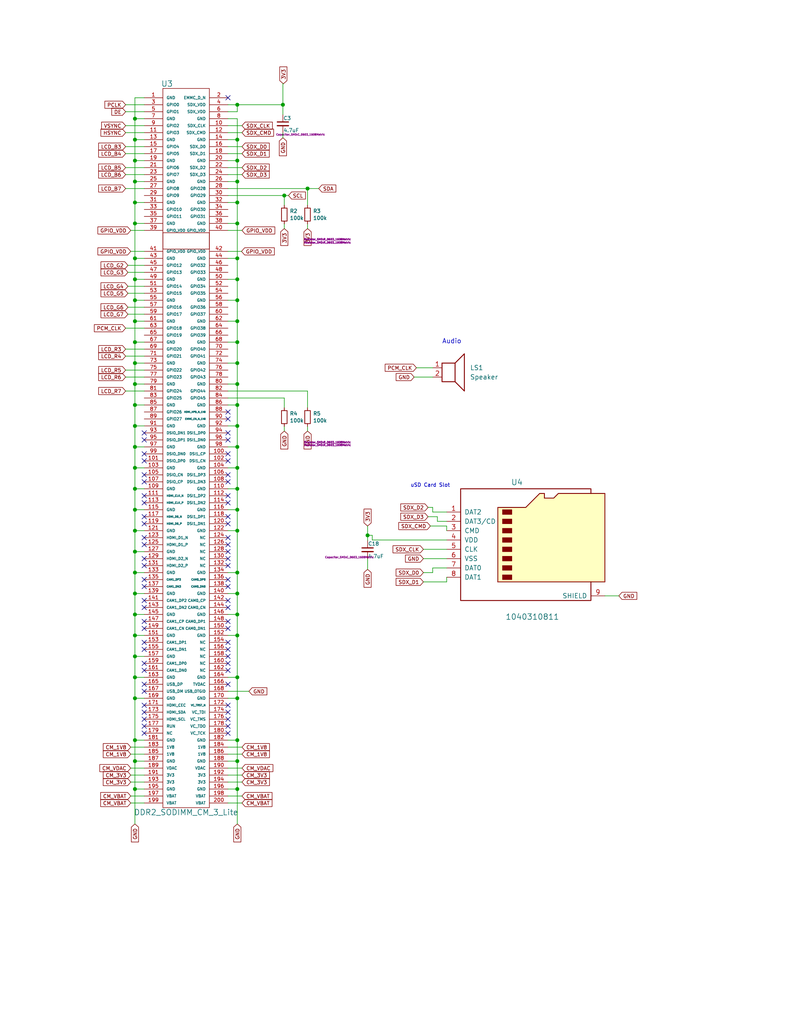
<source format=kicad_sch>
(kicad_sch (version 20230121) (generator eeschema)
  (paper "USLetter" portrait)
  (title_block (title "PiCM3 GBA") (date "2024-01-14") (rev "V1.0") (company "Seth Barberee"))
  (lib_symbols
    (symbol "Connector:Micro_SD_Card" (pin_names (offset 1.016))
      (property "Reference" "J" (at -16.51 15.24 0))
      (property "Value" "Micro_SD_Card" (at 16.51 15.24 0))
      (symbol "Micro_SD_Card_0_1"
        (rectangle (start -7.62 -9.525) (end -5.08 -10.795) (fill (type outline)))
        (rectangle (start -7.62 -6.985) (end -5.08 -8.255) (fill (type outline)))
        (rectangle (start -7.62 -4.445) (end -5.08 -5.715) (fill (type outline)))
        (rectangle (start -7.62 -1.905) (end -5.08 -3.175) (fill (type outline)))
        (rectangle (start -7.62 0.635) (end -5.08 -0.635) (fill (type outline)))
        (rectangle (start -7.62 3.175) (end -5.08 1.905) (fill (type outline)))
        (rectangle (start -7.62 5.715) (end -5.08 4.445) (fill (type outline)))
        (rectangle (start -7.62 8.255) (end -5.08 6.985) (fill (type outline)))
        (polyline (pts (xy 16.51 12.7) (xy 16.51 13.97) (xy -19.05 13.97) (xy -19.05 -16.51) (xy 16.51 -16.51) (xy 16.51 -11.43)) (stroke (width 0.254)))
        (polyline (pts (xy -8.89 -11.43) (xy -8.89 8.89) (xy -1.27 8.89) (xy 2.54 12.7) (xy 3.81 12.7) (xy 3.81 11.43) (xy 6.35 11.43) (xy 7.62 12.7) (xy 20.32 12.7) (xy 20.32 -11.43) (xy -8.89 -11.43)) (stroke (width 0.254)) (fill (type background)))
      )
      (symbol "Micro_SD_Card_1_1"
        (pin bidirectional line (at -22.86 7.62 0) (length 3.81) (name "DAT2") (number "1"))
        (pin bidirectional line (at -22.86 5.08 0) (length 3.81) (name "DAT3/CD") (number "2"))
        (pin input line (at -22.86 2.54 0) (length 3.81) (name "CMD") (number "3"))
        (pin power_in line (at -22.86 0 0) (length 3.81) (name "VDD") (number "4"))
        (pin input line (at -22.86 -2.54 0) (length 3.81) (name "CLK") (number "5"))
        (pin power_in line (at -22.86 -5.08 0) (length 3.81) (name "VSS") (number "6"))
        (pin bidirectional line (at -22.86 -7.62 0) (length 3.81) (name "DAT0") (number "7"))
        (pin bidirectional line (at -22.86 -10.16 0) (length 3.81) (name "DAT1") (number "8"))
        (pin passive line (at 20.32 -15.24 180) (length 3.81) (name "SHIELD") (number "9"))
      )
    )
    (symbol "Device:C_Small" (pin_numbers hide) (pin_names (offset 0.254) hide)
      (property "Reference" "C" (at 0.254 1.778 0))
      (property "Value" "C_Small" (at 0.254 -2.032 0))
      (symbol "C_Small_0_1"
        (polyline (pts (xy -1.524 -0.508) (xy 1.524 -0.508)) (stroke (width 0.3302)))
        (polyline (pts (xy -1.524 0.508) (xy 1.524 0.508)) (stroke (width 0.3048)))
      )
      (symbol "C_Small_1_1"
        (pin passive line (at 0 2.54 270) (length 2.032) (name "~") (number "1"))
        (pin passive line (at 0 -2.54 90) (length 2.032) (name "~") (number "2"))
      )
    )
    (symbol "Device:R_Small" (pin_numbers hide) (pin_names (offset 0.254) hide)
      (property "Reference" "R" (at 0.762 0.508 0))
      (property "Value" "R_Small" (at 0.762 -1.016 0))
      (symbol "R_Small_0_1"
        (rectangle (start -0.762 1.778) (end 0.762 -1.778) (stroke (width 0.2032)))
      )
      (symbol "R_Small_1_1"
        (pin passive line (at 0 2.54 270) (length 0.762) (name "~") (number "1"))
        (pin passive line (at 0 -2.54 90) (length 0.762) (name "~") (number "2"))
      )
    )
    (symbol "Device:Speaker" (pin_names (offset 0) hide)
      (property "Reference" "LS" (at 1.27 5.715 0))
      (property "Value" "Speaker" (at 1.27 3.81 0))
      (symbol "Speaker_0_0"
        (rectangle (start -2.54 1.27) (end 1.016 -3.81) (stroke (width 0.254)))
        (polyline (pts (xy 1.016 1.27) (xy 3.556 3.81) (xy 3.556 -6.35) (xy 1.016 -3.81)) (stroke (width 0.254)))
      )
      (symbol "Speaker_1_1"
        (pin input line (at -5.08 0 0) (length 2.54) (name "1") (number "1"))
        (pin input line (at -5.08 -2.54 0) (length 2.54) (name "2") (number "2"))
      )
    )
    (symbol "ddr2_sodimm:DDR2_SODIMM_CM_3_Lite" (pin_names (offset 1.016))
      (property "Reference" "U" (at -5.08 102.235 0))
      (property "Value" "DDR2_SODIMM_CM_3_Lite" (at 0 -97.79 0))
      (symbol "DDR2_SODIMM_CM_3_Lite_0_1"
        (rectangle (start -6.35 60.96) (end 6.35 56.515))
        (rectangle (start -6.35 100.33) (end 6.35 -95.885))
      )
      (symbol "DDR2_SODIMM_CM_3_Lite_1_1"
        (pin input line (at -11.43 97.79 0) (length 5.0038) (name "GND") (number "1"))
        (pin input line (at 11.43 90.17 180) (length 5.0038) (name "SDX_CLK") (number "10"))
        (pin input line (at 11.43 0.635 180) (length 5.0038) (name "DSI1_CP") (number "100"))
        (pin input line (at -11.43 -1.27 0) (length 5.0038) (name "DSIO_DP0") (number "101"))
        (pin input line (at 11.43 -1.27 180) (length 5.0038) (name "DSI1_CN") (number "102"))
        (pin input line (at -11.43 -3.175 0) (length 5.0038) (name "GND") (number "103"))
        (pin input line (at 11.43 -3.175 180) (length 5.0038) (name "GND") (number "104"))
        (pin input line (at -11.43 -5.08 0) (length 5.0038) (name "DSIO_CN") (number "105"))
        (pin input line (at 11.43 -5.08 180) (length 5.0038) (name "DSI1_DP3") (number "106"))
        (pin input line (at -11.43 -6.985 0) (length 5.0038) (name "DSIO_CP") (number "107"))
        (pin input line (at 11.43 -6.985 180) (length 5.0038) (name "DSI1_DN3") (number "108"))
        (pin input line (at -11.43 -8.89 0) (length 5.0038) (name "GND") (number "109"))
        (pin input line (at -11.43 88.265 0) (length 5.0038) (name "GPIO3") (number "11"))
        (pin input line (at 11.43 -8.89 180) (length 5.0038) (name "GND") (number "110"))
        (pin input line (at -11.43 -10.795 0) (length 5.0038) (name "HDMI_CLK_N") (number "111"))
        (pin input line (at 11.43 -10.795 180) (length 5.0038) (name "DSI1_DP2") (number "112"))
        (pin input line (at -11.43 -12.7 0) (length 5.0038) (name "HDMI_CLK_P") (number "113"))
        (pin input line (at 11.43 -12.7 180) (length 5.0038) (name "DSI1_DN2") (number "114"))
        (pin input line (at -11.43 -14.605 0) (length 5.0038) (name "GND") (number "115"))
        (pin input line (at 11.43 -14.605 180) (length 5.0038) (name "GND") (number "116"))
        (pin input line (at -11.43 -16.51 0) (length 5.0038) (name "HDMI_D0_N") (number "117"))
        (pin input line (at 11.43 -16.51 180) (length 5.0038) (name "DSI1_DP1") (number "118"))
        (pin input line (at -11.43 -18.415 0) (length 5.0038) (name "HDMI_D0_P") (number "119"))
        (pin input line (at 11.43 88.265 180) (length 5.0038) (name "SDX_CMD") (number "12"))
        (pin input line (at 11.43 -18.415 180) (length 5.0038) (name "DSI1_DN1") (number "120"))
        (pin input line (at -11.43 -20.32 0) (length 5.0038) (name "GND") (number "121"))
        (pin input line (at 11.43 -20.32 180) (length 5.0038) (name "GND") (number "122"))
        (pin input line (at -11.43 -22.225 0) (length 5.0038) (name "HDMI_D1_N") (number "123"))
        (pin input line (at 11.43 -22.225 180) (length 5.0038) (name "NC") (number "124"))
        (pin input line (at -11.43 -24.13 0) (length 5.0038) (name "HDMI_D1_P") (number "125"))
        (pin input line (at 11.43 -24.13 180) (length 5.0038) (name "NC") (number "126"))
        (pin input line (at -11.43 -26.035 0) (length 5.0038) (name "GND") (number "127"))
        (pin input line (at 11.43 -26.035 180) (length 5.0038) (name "NC") (number "128"))
        (pin input line (at -11.43 -27.94 0) (length 5.0038) (name "HDMI_D2_N") (number "129"))
        (pin input line (at -11.43 86.36 0) (length 5.0038) (name "GND") (number "13"))
        (pin input line (at 11.43 -27.94 180) (length 5.0038) (name "NC") (number "130"))
        (pin input line (at -11.43 -29.845 0) (length 5.0038) (name "HDMI_D2_P") (number "131"))
        (pin input line (at 11.43 -29.845 180) (length 5.0038) (name "NC") (number "132"))
        (pin input line (at -11.43 -31.75 0) (length 5.0038) (name "GND") (number "133"))
        (pin input line (at 11.43 -31.75 180) (length 5.0038) (name "GND") (number "134"))
        (pin input line (at -11.43 -33.655 0) (length 5.0038) (name "CAM1_DP3") (number "135"))
        (pin input line (at 11.43 -33.655 180) (length 5.0038) (name "CAM0_DP0") (number "136"))
        (pin input line (at -11.43 -35.56 0) (length 5.0038) (name "CAM1_DN3") (number "137"))
        (pin input line (at 11.43 -35.56 180) (length 5.0038) (name "CAM0_DN0") (number "138"))
        (pin input line (at -11.43 -37.465 0) (length 5.0038) (name "GND") (number "139"))
        (pin input line (at 11.43 86.36 180) (length 5.0038) (name "GND") (number "14"))
        (pin input line (at 11.43 -37.465 180) (length 5.0038) (name "GND") (number "140"))
        (pin input line (at -11.43 -39.37 0) (length 5.0038) (name "CAM1_DP2") (number "141"))
        (pin input line (at 11.43 -39.37 180) (length 5.0038) (name "CAM0_CP") (number "142"))
        (pin input line (at -11.43 -41.275 0) (length 5.0038) (name "CAM1_DN2") (number "143"))
        (pin input line (at 11.43 -41.275 180) (length 5.0038) (name "CAM0_CN") (number "144"))
        (pin input line (at -11.43 -43.18 0) (length 5.0038) (name "GND") (number "145"))
        (pin input line (at 11.43 -43.18 180) (length 5.0038) (name "GND") (number "146"))
        (pin input line (at -11.43 -45.085 0) (length 5.0038) (name "CAM1_CP") (number "147"))
        (pin input line (at 11.43 -45.085 180) (length 5.0038) (name "CAM0_DP1") (number "148"))
        (pin input line (at -11.43 -46.99 0) (length 5.0038) (name "CAM1_CN") (number "149"))
        (pin input line (at -11.43 84.455 0) (length 5.0038) (name "GPIO4") (number "15"))
        (pin input line (at 11.43 -46.99 180) (length 5.0038) (name "CAM0_DN1") (number "150"))
        (pin input line (at -11.43 -48.895 0) (length 5.0038) (name "GND") (number "151"))
        (pin input line (at 11.43 -48.895 180) (length 5.0038) (name "GND") (number "152"))
        (pin input line (at -11.43 -50.8 0) (length 5.0038) (name "CAM1_DP1") (number "153"))
        (pin input line (at 11.43 -50.8 180) (length 5.0038) (name "NC") (number "154"))
        (pin input line (at -11.43 -52.705 0) (length 5.0038) (name "CAM1_DN1") (number "155"))
        (pin input line (at 11.43 -52.705 180) (length 5.0038) (name "NC") (number "156"))
        (pin input line (at -11.43 -54.61 0) (length 5.0038) (name "GND") (number "157"))
        (pin input line (at 11.43 -54.61 180) (length 5.0038) (name "NC") (number "158"))
        (pin input line (at -11.43 -56.515 0) (length 5.0038) (name "CAM1_DP0") (number "159"))
        (pin input line (at 11.43 84.455 180) (length 5.0038) (name "SDX_D0") (number "16"))
        (pin input line (at 11.43 -56.515 180) (length 5.0038) (name "NC") (number "160"))
        (pin input line (at -11.43 -58.42 0) (length 5.0038) (name "CAM1_DN0") (number "161"))
        (pin input line (at 11.43 -58.42 180) (length 5.0038) (name "NC") (number "162"))
        (pin input line (at -11.43 -60.325 0) (length 5.0038) (name "GND") (number "163"))
        (pin input line (at 11.43 -60.325 180) (length 5.0038) (name "GND") (number "164"))
        (pin input line (at -11.43 -62.23 0) (length 5.0038) (name "USB_DP") (number "165"))
        (pin input line (at 11.43 -62.23 180) (length 5.0038) (name "TVDAC") (number "166"))
        (pin input line (at -11.43 -64.135 0) (length 5.0038) (name "USB_DM") (number "167"))
        (pin input line (at 11.43 -64.135 180) (length 5.0038) (name "USB_OTGID") (number "168"))
        (pin input line (at -11.43 -66.04 0) (length 5.0038) (name "GND") (number "169"))
        (pin input line (at -11.43 82.55 0) (length 5.0038) (name "GPIO5") (number "17"))
        (pin input line (at 11.43 -66.04 180) (length 5.0038) (name "GND") (number "170"))
        (pin input line (at -11.43 -67.945 0) (length 5.0038) (name "HDMI_CEC") (number "171"))
        (pin input line (at 11.43 -67.945 180) (length 5.0038) (name "VC_TRST_N") (number "172"))
        (pin input line (at -11.43 -69.85 0) (length 5.0038) (name "HDMI_SDA") (number "173"))
        (pin input line (at 11.43 -69.85 180) (length 5.0038) (name "VC_TDI") (number "174"))
        (pin input line (at -11.43 -71.755 0) (length 5.0038) (name "HDMI_SCL") (number "175"))
        (pin input line (at 11.43 -71.755 180) (length 5.0038) (name "VC_TMS") (number "176"))
        (pin input line (at -11.43 -73.66 0) (length 5.0038) (name "RUN") (number "177"))
        (pin input line (at 11.43 -73.66 180) (length 5.0038) (name "VC_TDO") (number "178"))
        (pin input line (at -11.43 -75.565 0) (length 5.0038) (name "NC") (number "179"))
        (pin input line (at 11.43 82.55 180) (length 5.0038) (name "SDX_D1") (number "18"))
        (pin input line (at 11.43 -75.565 180) (length 5.0038) (name "VC_TCK") (number "180"))
        (pin input line (at -11.43 -77.47 0) (length 5.0038) (name "GND") (number "181"))
        (pin input line (at 11.43 -77.47 180) (length 5.0038) (name "GND") (number "182"))
        (pin input line (at -11.43 -79.375 0) (length 5.0038) (name "1V8") (number "183"))
        (pin input line (at 11.43 -79.375 180) (length 5.0038) (name "1V8") (number "184"))
        (pin input line (at -11.43 -81.28 0) (length 5.0038) (name "1V8") (number "185"))
        (pin input line (at 11.43 -81.28 180) (length 5.0038) (name "1V8") (number "186"))
        (pin input line (at -11.43 -83.185 0) (length 5.0038) (name "GND") (number "187"))
        (pin input line (at 11.43 -83.185 180) (length 5.0038) (name "GND") (number "188"))
        (pin input line (at -11.43 -85.09 0) (length 5.0038) (name "VDAC") (number "189"))
        (pin input line (at -11.43 80.645 0) (length 5.0038) (name "GND") (number "19"))
        (pin input line (at 11.43 -85.09 180) (length 5.0038) (name "VDAC") (number "190"))
        (pin input line (at -11.43 -86.995 0) (length 5.0038) (name "3V3") (number "191"))
        (pin input line (at 11.43 -86.995 180) (length 5.0038) (name "3V3") (number "192"))
        (pin input line (at -11.43 -88.9 0) (length 5.0038) (name "3V3") (number "193"))
        (pin input line (at 11.43 -88.9 180) (length 5.0038) (name "3V3") (number "194"))
        (pin input line (at -11.43 -90.805 0) (length 5.0038) (name "GND") (number "195"))
        (pin input line (at 11.43 -90.805 180) (length 5.0038) (name "GND") (number "196"))
        (pin input line (at -11.43 -92.71 0) (length 5.0038) (name "VBAT") (number "197"))
        (pin input line (at 11.43 -92.71 180) (length 5.0038) (name "VBAT") (number "198"))
        (pin input line (at -11.43 -94.615 0) (length 5.0038) (name "VBAT") (number "199"))
        (pin input line (at 11.43 97.79 180) (length 5.0038) (name "EMMC_D_N") (number "2"))
        (pin input line (at 11.43 80.645 180) (length 5.0038) (name "GND") (number "20"))
        (pin input line (at 11.43 -94.615 180) (length 5.0038) (name "VBAT") (number "200"))
        (pin input line (at -11.43 78.74 0) (length 5.0038) (name "GPIO6") (number "21"))
        (pin input line (at 11.43 78.74 180) (length 5.0038) (name "SDX_D2") (number "22"))
        (pin input line (at -11.43 76.835 0) (length 5.0038) (name "GPIO7") (number "23"))
        (pin input line (at 11.43 76.835 180) (length 5.0038) (name "SDX_D3") (number "24"))
        (pin input line (at -11.43 74.93 0) (length 5.0038) (name "GND") (number "25"))
        (pin input line (at 11.43 74.93 180) (length 5.0038) (name "GND") (number "26"))
        (pin input line (at -11.43 73.025 0) (length 5.0038) (name "GPIO8") (number "27"))
        (pin input line (at 11.43 73.025 180) (length 5.0038) (name "GPIO28") (number "28"))
        (pin input line (at -11.43 71.12 0) (length 5.0038) (name "GPIO9") (number "29"))
        (pin input line (at -11.43 95.885 0) (length 5.0038) (name "GPIO0") (number "3"))
        (pin input line (at 11.43 71.12 180) (length 5.0038) (name "GPIO29") (number "30"))
        (pin input line (at -11.43 69.215 0) (length 5.0038) (name "GND") (number "31"))
        (pin input line (at 11.43 69.215 180) (length 5.0038) (name "GND") (number "32"))
        (pin input line (at -11.43 67.31 0) (length 5.0038) (name "GPIO10") (number "33"))
        (pin input line (at 11.43 67.31 180) (length 5.0038) (name "GPIO30") (number "34"))
        (pin input line (at -11.43 65.405 0) (length 5.0038) (name "GPIO11") (number "35"))
        (pin input line (at 11.43 65.405 180) (length 5.0038) (name "GPIO31") (number "36"))
        (pin input line (at -11.43 63.5 0) (length 5.0038) (name "GND") (number "37"))
        (pin input line (at 11.43 63.5 180) (length 5.0038) (name "GND") (number "38"))
        (pin input line (at -11.43 61.595 0) (length 5.0038) (name "GPIO_VDD") (number "39"))
        (pin input line (at 11.43 95.885 180) (length 5.0038) (name "SDX_VDD") (number "4"))
        (pin input line (at 11.43 61.595 180) (length 5.0038) (name "GPIO_VDD") (number "40"))
        (pin input line (at -11.43 55.88 0) (length 5.0038) (name "GPIO_VDD") (number "41"))
        (pin input line (at 11.43 55.88 180) (length 5.0038) (name "GPIO_VDD") (number "42"))
        (pin input line (at -11.43 53.975 0) (length 5.0038) (name "GND") (number "43"))
        (pin input line (at 11.43 53.975 180) (length 5.0038) (name "GND") (number "44"))
        (pin input line (at -11.43 52.07 0) (length 5.0038) (name "GPIO12") (number "45"))
        (pin input line (at 11.43 52.07 180) (length 5.0038) (name "GPIO32") (number "46"))
        (pin input line (at -11.43 50.165 0) (length 5.0038) (name "GPIO13") (number "47"))
        (pin input line (at 11.43 50.165 180) (length 5.0038) (name "GPIO33") (number "48"))
        (pin input line (at -11.43 48.26 0) (length 5.0038) (name "GND") (number "49"))
        (pin input line (at -11.43 93.98 0) (length 5.0038) (name "GPIO1") (number "5"))
        (pin input line (at 11.43 48.26 180) (length 5.0038) (name "GND") (number "50"))
        (pin input line (at -11.43 46.355 0) (length 5.0038) (name "GPIO14") (number "51"))
        (pin input line (at 11.43 46.355 180) (length 5.0038) (name "GPIO34") (number "52"))
        (pin input line (at -11.43 44.45 0) (length 5.0038) (name "GPIO15") (number "53"))
        (pin input line (at 11.43 44.45 180) (length 5.0038) (name "GPIO35") (number "54"))
        (pin input line (at -11.43 42.545 0) (length 5.0038) (name "GND") (number "55"))
        (pin input line (at 11.43 42.545 180) (length 5.0038) (name "GND") (number "56"))
        (pin input line (at -11.43 40.64 0) (length 5.0038) (name "GPIO16") (number "57"))
        (pin input line (at 11.43 40.64 180) (length 5.0038) (name "GPIO36") (number "58"))
        (pin input line (at -11.43 38.735 0) (length 5.0038) (name "GPIO17") (number "59"))
        (pin input line (at 11.43 93.98 180) (length 5.0038) (name "SDX_VDD") (number "6"))
        (pin input line (at 11.43 38.735 180) (length 5.0038) (name "GPIO37") (number "60"))
        (pin input line (at -11.43 36.83 0) (length 5.0038) (name "GND") (number "61"))
        (pin input line (at 11.43 36.83 180) (length 5.0038) (name "GND") (number "62"))
        (pin input line (at -11.43 34.925 0) (length 5.0038) (name "GPIO18") (number "63"))
        (pin input line (at 11.43 34.925 180) (length 5.0038) (name "GPIO38") (number "64"))
        (pin input line (at -11.43 33.02 0) (length 5.0038) (name "GPIO19") (number "65"))
        (pin input line (at 11.43 33.02 180) (length 5.0038) (name "GPIO39") (number "66"))
        (pin input line (at -11.43 31.115 0) (length 5.0038) (name "GND") (number "67"))
        (pin input line (at 11.43 31.115 180) (length 5.0038) (name "GND") (number "68"))
        (pin input line (at -11.43 29.21 0) (length 5.0038) (name "GPIO20") (number "69"))
        (pin input line (at -11.43 92.075 0) (length 5.0038) (name "GND") (number "7"))
        (pin input line (at 11.43 29.21 180) (length 5.0038) (name "GPIO40") (number "70"))
        (pin input line (at -11.43 27.305 0) (length 5.0038) (name "GPIO21") (number "71"))
        (pin input line (at 11.43 27.305 180) (length 5.0038) (name "GPIO41") (number "72"))
        (pin input line (at -11.43 25.4 0) (length 5.0038) (name "GND") (number "73"))
        (pin input line (at 11.43 25.4 180) (length 5.0038) (name "GND") (number "74"))
        (pin input line (at -11.43 23.495 0) (length 5.0038) (name "GPIO22") (number "75"))
        (pin input line (at 11.43 23.495 180) (length 5.0038) (name "GPIO42") (number "76"))
        (pin input line (at -11.43 21.59 0) (length 5.0038) (name "GPIO23") (number "77"))
        (pin input line (at 11.43 21.59 180) (length 5.0038) (name "GPIO43") (number "78"))
        (pin input line (at -11.43 19.685 0) (length 5.0038) (name "GND") (number "79"))
        (pin input line (at 11.43 92.075 180) (length 5.0038) (name "GND") (number "8"))
        (pin input line (at 11.43 19.685 180) (length 5.0038) (name "GND") (number "80"))
        (pin input line (at -11.43 17.78 0) (length 5.0038) (name "GPIO24") (number "81"))
        (pin input line (at 11.43 17.78 180) (length 5.0038) (name "GPIO44") (number "82"))
        (pin input line (at -11.43 15.875 0) (length 5.0038) (name "GPIO25") (number "83"))
        (pin input line (at 11.43 15.875 180) (length 5.0038) (name "GPIO45") (number "84"))
        (pin input line (at -11.43 13.97 0) (length 5.0038) (name "GND") (number "85"))
        (pin input line (at 11.43 13.97 180) (length 5.0038) (name "GND") (number "86"))
        (pin input line (at -11.43 12.065 0) (length 5.0038) (name "GPIO26") (number "87"))
        (pin input line (at 11.43 12.065 180) (length 5.0038) (name "HDMI_HPD_N_1V8") (number "88"))
        (pin input line (at -11.43 10.16 0) (length 5.0038) (name "GPIO27") (number "89"))
        (pin input line (at -11.43 90.17 0) (length 5.0038) (name "GPIO2") (number "9"))
        (pin input line (at 11.43 10.16 180) (length 5.0038) (name "EMMC_EN_N_1V8") (number "90"))
        (pin input line (at -11.43 8.255 0) (length 5.0038) (name "GND") (number "91"))
        (pin input line (at 11.43 8.255 180) (length 5.0038) (name "GND") (number "92"))
        (pin input line (at -11.43 6.35 0) (length 5.0038) (name "DSIO_DN1") (number "93"))
        (pin input line (at 11.43 6.35 180) (length 5.0038) (name "DSI1_DP0") (number "94"))
        (pin input line (at -11.43 4.445 0) (length 5.0038) (name "DSIO_DP1") (number "95"))
        (pin input line (at 11.43 4.445 180) (length 5.0038) (name "DSI1_DN0") (number "96"))
        (pin input line (at -11.43 2.54 0) (length 5.0038) (name "GND") (number "97"))
        (pin input line (at 11.43 2.54 180) (length 5.0038) (name "GND") (number "98"))
        (pin input line (at -11.43 0.635 0) (length 5.0038) (name "DSIO_DN0") (number "99"))
      )
    )
  )
  (junction (at 36.83 49.53))
  (junction (at 64.77 38.1))
  (junction (at 64.77 156.21))
  (junction (at 64.77 121.92))
  (junction (at 77.216 28.575))
  (junction (at 36.83 60.96))
  (junction (at 64.77 190.5))
  (junction (at 64.77 28.575))
  (junction (at 36.83 156.21))
  (junction (at 36.83 93.345))
  (junction (at 64.77 110.49))
  (junction (at 64.77 76.2))
  (junction (at 64.77 139.065))
  (junction (at 36.83 139.065))
  (junction (at 64.77 207.645))
  (junction (at 36.83 87.63))
  (junction (at 36.83 127.635))
  (junction (at 64.77 144.78))
  (junction (at 36.83 55.245))
  (junction (at 64.77 60.96))
  (junction (at 100.33 146.05))
  (junction (at 36.83 173.355))
  (junction (at 36.83 207.645))
  (junction (at 64.77 184.785))
  (junction (at 64.77 215.265))
  (junction (at 64.77 161.925))
  (junction (at 36.83 32.385))
  (junction (at 36.83 70.485))
  (junction (at 36.83 104.775))
  (junction (at 36.83 190.5))
  (junction (at 36.83 201.93))
  (junction (at 36.83 76.2))
  (junction (at 64.77 55.245))
  (junction (at 83.947 51.435))
  (junction (at 64.77 167.64))
  (junction (at 64.77 70.485))
  (junction (at 64.77 99.06))
  (junction (at 36.83 38.1))
  (junction (at 77.597 53.34))
  (junction (at 36.83 43.815))
  (junction (at 64.77 127.635))
  (junction (at 36.83 144.78))
  (junction (at 36.83 133.35))
  (junction (at 36.83 81.915))
  (junction (at 64.77 49.53))
  (junction (at 36.83 161.925))
  (junction (at 36.83 150.495))
  (junction (at 36.83 99.06))
  (junction (at 64.77 201.93))
  (junction (at 64.77 104.775))
  (junction (at 64.77 87.63))
  (junction (at 36.83 121.92))
  (junction (at 36.83 184.785))
  (junction (at 64.77 173.355))
  (junction (at 36.83 167.64))
  (junction (at 64.77 43.815))
  (junction (at 36.83 116.205))
  (junction (at 36.83 110.49))
  (junction (at 64.77 81.915))
  (junction (at 36.83 179.07))
  (junction (at 64.77 116.205))
  (junction (at 64.77 133.35))
  (junction (at 64.77 93.345))
  (junction (at 36.83 215.265))
  (no_connect (at 39.37 125.73))
  (no_connect (at 39.37 146.685))
  (no_connect (at 39.37 140.97))
  (no_connect (at 62.23 177.165))
  (no_connect (at 62.23 142.875))
  (no_connect (at 39.37 169.545))
  (no_connect (at 39.37 120.015))
  (no_connect (at 62.23 182.88))
  (no_connect (at 62.23 137.16))
  (no_connect (at 39.37 182.88))
  (no_connect (at 39.37 196.215))
  (no_connect (at 39.37 180.975))
  (no_connect (at 39.37 165.735))
  (no_connect (at 39.37 123.825))
  (no_connect (at 62.23 200.025))
  (no_connect (at 62.23 135.255))
  (no_connect (at 39.37 131.445))
  (no_connect (at 62.23 165.735))
  (no_connect (at 39.37 152.4))
  (no_connect (at 62.23 123.825))
  (no_connect (at 62.23 114.3))
  (no_connect (at 39.37 148.59))
  (no_connect (at 39.37 118.11))
  (no_connect (at 39.37 200.025))
  (no_connect (at 62.23 196.215))
  (no_connect (at 62.23 140.97))
  (no_connect (at 39.37 158.115))
  (no_connect (at 62.23 150.495))
  (no_connect (at 62.23 129.54))
  (no_connect (at 39.37 137.16))
  (no_connect (at 39.37 177.165))
  (no_connect (at 62.23 163.83))
  (no_connect (at 62.23 160.02))
  (no_connect (at 39.37 135.255))
  (no_connect (at 62.23 125.73))
  (no_connect (at 62.23 198.12))
  (no_connect (at 62.23 180.975))
  (no_connect (at 39.37 175.26))
  (no_connect (at 62.23 152.4))
  (no_connect (at 62.23 118.11))
  (no_connect (at 62.23 194.31))
  (no_connect (at 39.37 198.12))
  (no_connect (at 39.37 186.69))
  (no_connect (at 39.37 163.83))
  (no_connect (at 39.37 154.305))
  (no_connect (at 62.23 112.395))
  (no_connect (at 39.37 194.31))
  (no_connect (at 39.37 129.54))
  (no_connect (at 62.23 120.015))
  (no_connect (at 62.23 179.07))
  (no_connect (at 62.23 146.685))
  (no_connect (at 39.37 142.875))
  (no_connect (at 62.23 175.26))
  (no_connect (at 62.23 148.59))
  (no_connect (at 62.23 171.45))
  (no_connect (at 62.23 169.545))
  (no_connect (at 62.23 186.69))
  (no_connect (at 62.23 192.405))
  (no_connect (at 39.37 188.595))
  (no_connect (at 39.37 192.405))
  (no_connect (at 39.37 171.45))
  (no_connect (at 62.23 131.445))
  (no_connect (at 62.23 26.67))
  (no_connect (at 39.37 160.02))
  (no_connect (at 62.23 158.115))
  (no_connect (at 62.23 154.305))
  (wire (pts (xy 64.77 49.53) (xy 64.77 55.245)))
  (wire (pts (xy 64.77 30.48) (xy 64.77 28.575)))
  (wire (pts (xy 64.77 43.815) (xy 64.77 49.53)))
  (wire (pts (xy 36.83 121.92) (xy 36.83 127.635)))
  (wire (pts (xy 34.29 30.48) (xy 39.37 30.48)))
  (wire (pts (xy 39.37 201.93) (xy 36.83 201.93)))
  (wire (pts (xy 39.37 184.785) (xy 36.83 184.785)))
  (wire (pts (xy 62.23 190.5) (xy 64.77 190.5)))
  (wire (pts (xy 62.23 99.06) (xy 64.77 99.06)))
  (wire (pts (xy 62.23 207.645) (xy 64.77 207.645)))
  (wire (pts (xy 39.37 116.205) (xy 36.83 116.205)))
  (wire (pts (xy 36.83 127.635) (xy 36.83 133.35)))
  (wire (pts (xy 36.83 110.49) (xy 36.83 116.205)))
  (wire (pts (xy 83.947 117.602) (xy 83.947 116.332)))
  (wire (pts (xy 64.77 104.775) (xy 64.77 110.49)))
  (wire (pts (xy 64.77 127.635) (xy 64.77 133.35)))
  (wire (pts (xy 36.83 104.775) (xy 36.83 110.49)))
  (wire (pts (xy 34.29 40.005) (xy 39.37 40.005)))
  (wire (pts (xy 121.92 147.32) (xy 101.6 147.32)))
  (wire (pts (xy 36.83 26.67) (xy 36.83 32.385)))
  (wire (pts (xy 83.947 51.435) (xy 83.947 56.007)))
  (wire (pts (xy 64.77 133.35) (xy 64.77 139.065)))
  (wire (pts (xy 62.23 211.455) (xy 66.04 211.455)))
  (wire (pts (xy 35.687 209.55) (xy 39.37 209.55)))
  (wire (pts (xy 62.23 161.925) (xy 64.77 161.925)))
  (wire (pts (xy 64.77 70.485) (xy 64.77 76.2)))
  (wire (pts (xy 39.37 190.5) (xy 36.83 190.5)))
  (wire (pts (xy 118.11 154.94) (xy 121.92 154.94)))
  (wire (pts (xy 119.38 142.24) (xy 121.92 142.24)))
  (wire (pts (xy 36.83 87.63) (xy 36.83 93.345)))
  (wire (pts (xy 34.29 28.575) (xy 39.37 28.575)))
  (wire (pts (xy 39.37 110.49) (xy 36.83 110.49)))
  (wire (pts (xy 62.23 167.64) (xy 64.77 167.64)))
  (wire (pts (xy 62.23 30.48) (xy 64.77 30.48)))
  (wire (pts (xy 64.77 190.5) (xy 64.77 201.93)))
  (wire (pts (xy 64.77 156.21) (xy 64.77 161.925)))
  (wire (pts (xy 34.29 51.435) (xy 39.37 51.435)))
  (wire (pts (xy 62.23 106.68) (xy 83.947 106.68)))
  (wire (pts (xy 62.23 32.385) (xy 64.77 32.385)))
  (wire (pts (xy 39.37 49.53) (xy 36.83 49.53)))
  (wire (pts (xy 36.83 144.78) (xy 36.83 150.495)))
  (wire (pts (xy 100.33 143.51) (xy 100.33 146.05)))
  (wire (pts (xy 36.83 139.065) (xy 36.83 144.78)))
  (wire (pts (xy 116.84 138.43) (xy 118.11 138.43)))
  (wire (pts (xy 64.77 93.345) (xy 64.77 99.06)))
  (wire (pts (xy 36.83 173.355) (xy 36.83 179.07)))
  (wire (pts (xy 62.23 51.435) (xy 83.947 51.435)))
  (wire (pts (xy 62.23 104.775) (xy 64.77 104.775)))
  (wire (pts (xy 34.925 74.295) (xy 39.37 74.295)))
  (wire (pts (xy 34.29 47.625) (xy 39.37 47.625)))
  (wire (pts (xy 34.925 72.39) (xy 39.37 72.39)))
  (wire (pts (xy 100.33 146.05) (xy 100.33 147.447)))
  (wire (pts (xy 36.83 156.21) (xy 36.83 161.925)))
  (wire (pts (xy 77.597 117.602) (xy 77.597 116.332)))
  (wire (pts (xy 36.83 215.265) (xy 36.83 224.79)))
  (wire (pts (xy 36.83 38.1) (xy 36.83 43.815)))
  (wire (pts (xy 62.23 70.485) (xy 64.77 70.485)))
  (wire (pts (xy 62.23 156.21) (xy 64.77 156.21)))
  (wire (pts (xy 39.37 127.635) (xy 36.83 127.635)))
  (wire (pts (xy 35.687 68.58) (xy 39.37 68.58)))
  (wire (pts (xy 62.23 184.785) (xy 64.77 184.785)))
  (wire (pts (xy 64.77 144.78) (xy 64.77 156.21)))
  (wire (pts (xy 39.37 43.815) (xy 36.83 43.815)))
  (wire (pts (xy 39.37 179.07) (xy 36.83 179.07)))
  (wire (pts (xy 34.29 97.155) (xy 39.37 97.155)))
  (wire (pts (xy 62.23 139.065) (xy 64.77 139.065)))
  (wire (pts (xy 34.29 100.965) (xy 39.37 100.965)))
  (wire (pts (xy 34.29 45.72) (xy 39.37 45.72)))
  (wire (pts (xy 36.83 167.64) (xy 36.83 173.355)))
  (wire (pts (xy 39.37 167.64) (xy 36.83 167.64)))
  (wire (pts (xy 62.23 121.92) (xy 64.77 121.92)))
  (wire (pts (xy 34.925 85.725) (xy 39.37 85.725)))
  (wire (pts (xy 115.57 152.4) (xy 121.92 152.4)))
  (wire (pts (xy 39.37 144.78) (xy 36.83 144.78)))
  (wire (pts (xy 83.947 106.68) (xy 83.947 111.252)))
  (wire (pts (xy 62.23 36.195) (xy 66.04 36.195)))
  (wire (pts (xy 36.83 133.35) (xy 36.83 139.065)))
  (wire (pts (xy 118.11 156.21) (xy 118.11 154.94)))
  (wire (pts (xy 39.37 99.06) (xy 36.83 99.06)))
  (wire (pts (xy 117.475 143.51) (xy 121.92 143.51)))
  (wire (pts (xy 39.37 156.21) (xy 36.83 156.21)))
  (wire (pts (xy 83.947 62.357) (xy 83.947 61.087)))
  (wire (pts (xy 64.77 121.92) (xy 64.77 127.635)))
  (wire (pts (xy 62.23 93.345) (xy 64.77 93.345)))
  (wire (pts (xy 35.687 205.74) (xy 39.37 205.74)))
  (wire (pts (xy 35.687 203.835) (xy 39.37 203.835)))
  (wire (pts (xy 62.23 188.595) (xy 67.945 188.595)))
  (wire (pts (xy 62.23 68.58) (xy 65.913 68.58)))
  (wire (pts (xy 64.77 60.96) (xy 64.77 70.485)))
  (wire (pts (xy 113.03 102.87) (xy 118.11 102.87)))
  (wire (pts (xy 36.83 49.53) (xy 36.83 55.245)))
  (wire (pts (xy 121.92 143.51) (xy 121.92 144.78)))
  (wire (pts (xy 62.23 116.205) (xy 64.77 116.205)))
  (wire (pts (xy 39.37 70.485) (xy 36.83 70.485)))
  (wire (pts (xy 77.343 22.86) (xy 77.216 22.86)))
  (wire (pts (xy 64.77 173.355) (xy 64.77 184.785)))
  (wire (pts (xy 77.216 28.575) (xy 64.77 28.575)))
  (wire (pts (xy 39.37 161.925) (xy 36.83 161.925)))
  (wire (pts (xy 115.57 158.75) (xy 121.92 158.75)))
  (wire (pts (xy 62.23 60.96) (xy 64.77 60.96)))
  (wire (pts (xy 64.77 99.06) (xy 64.77 104.775)))
  (wire (pts (xy 39.37 81.915) (xy 36.83 81.915)))
  (wire (pts (xy 62.23 213.36) (xy 66.04 213.36)))
  (wire (pts (xy 36.83 161.925) (xy 36.83 167.64)))
  (wire (pts (xy 62.23 201.93) (xy 64.77 201.93)))
  (wire (pts (xy 118.11 139.7) (xy 121.92 139.7)))
  (wire (pts (xy 35.687 213.36) (xy 39.37 213.36)))
  (wire (pts (xy 39.37 207.645) (xy 36.83 207.645)))
  (wire (pts (xy 36.83 81.915) (xy 36.83 87.63)))
  (wire (pts (xy 62.23 219.075) (xy 66.04 219.075)))
  (wire (pts (xy 34.29 102.87) (xy 39.37 102.87)))
  (wire (pts (xy 118.11 138.43) (xy 118.11 139.7)))
  (wire (pts (xy 36.83 116.205) (xy 36.83 121.92)))
  (wire (pts (xy 64.77 167.64) (xy 64.77 173.355)))
  (wire (pts (xy 62.23 43.815) (xy 64.77 43.815)))
  (wire (pts (xy 62.23 144.78) (xy 64.77 144.78)))
  (wire (pts (xy 39.37 121.92) (xy 36.83 121.92)))
  (wire (pts (xy 35.687 219.075) (xy 39.37 219.075)))
  (wire (pts (xy 121.92 158.75) (xy 121.92 157.48)))
  (wire (pts (xy 64.77 55.245) (xy 64.77 60.96)))
  (wire (pts (xy 39.37 93.345) (xy 36.83 93.345)))
  (wire (pts (xy 64.77 215.265) (xy 64.77 224.79)))
  (wire (pts (xy 64.77 116.205) (xy 64.77 121.92)))
  (wire (pts (xy 39.37 104.775) (xy 36.83 104.775)))
  (wire (pts (xy 39.37 38.1) (xy 36.83 38.1)))
  (wire (pts (xy 62.23 205.74) (xy 66.04 205.74)))
  (wire (pts (xy 39.37 55.245) (xy 36.83 55.245)))
  (wire (pts (xy 64.77 201.93) (xy 64.77 207.645)))
  (wire (pts (xy 36.83 43.815) (xy 36.83 49.53)))
  (wire (pts (xy 62.23 209.55) (xy 66.04 209.55)))
  (wire (pts (xy 62.23 38.1) (xy 64.77 38.1)))
  (wire (pts (xy 64.77 207.645) (xy 64.77 215.265)))
  (wire (pts (xy 39.37 133.35) (xy 36.83 133.35)))
  (wire (pts (xy 62.23 41.91) (xy 66.04 41.91)))
  (wire (pts (xy 62.23 76.2) (xy 64.77 76.2)))
  (wire (pts (xy 64.77 139.065) (xy 64.77 144.78)))
  (wire (pts (xy 119.38 140.97) (xy 119.38 142.24)))
  (wire (pts (xy 165.1 162.56) (xy 168.91 162.56)))
  (wire (pts (xy 36.83 179.07) (xy 36.83 184.785)))
  (wire (pts (xy 39.37 150.495) (xy 36.83 150.495)))
  (wire (pts (xy 35.687 217.17) (xy 39.37 217.17)))
  (wire (pts (xy 62.23 47.625) (xy 66.04 47.625)))
  (wire (pts (xy 77.597 62.357) (xy 77.597 61.087)))
  (wire (pts (xy 118.11 156.21) (xy 115.57 156.21)))
  (wire (pts (xy 36.83 76.2) (xy 36.83 81.915)))
  (wire (pts (xy 62.23 173.355) (xy 64.77 173.355)))
  (wire (pts (xy 39.37 60.96) (xy 36.83 60.96)))
  (wire (pts (xy 39.37 87.63) (xy 36.83 87.63)))
  (wire (pts (xy 101.6 146.05) (xy 100.33 146.05)))
  (wire (pts (xy 36.83 207.645) (xy 36.83 215.265)))
  (wire (pts (xy 62.23 203.835) (xy 66.04 203.835)))
  (wire (pts (xy 62.23 217.17) (xy 66.04 217.17)))
  (wire (pts (xy 36.83 32.385) (xy 36.83 38.1)))
  (wire (pts (xy 34.29 34.29) (xy 39.37 34.29)))
  (wire (pts (xy 77.216 22.86) (xy 77.216 28.575)))
  (wire (pts (xy 34.29 95.25) (xy 39.37 95.25)))
  (wire (pts (xy 36.83 70.485) (xy 36.83 76.2)))
  (wire (pts (xy 36.83 201.93) (xy 36.83 207.645)))
  (wire (pts (xy 62.23 34.29) (xy 66.04 34.29)))
  (wire (pts (xy 62.23 87.63) (xy 64.77 87.63)))
  (wire (pts (xy 77.597 53.34) (xy 77.597 56.007)))
  (wire (pts (xy 113.665 100.33) (xy 118.11 100.33)))
  (wire (pts (xy 64.77 110.49) (xy 64.77 116.205)))
  (wire (pts (xy 64.77 161.925) (xy 64.77 167.64)))
  (wire (pts (xy 64.77 81.915) (xy 64.77 87.63)))
  (wire (pts (xy 35.687 211.455) (xy 39.37 211.455)))
  (wire (pts (xy 83.947 51.435) (xy 86.995 51.435)))
  (wire (pts (xy 36.83 60.96) (xy 36.83 70.485)))
  (wire (pts (xy 64.77 184.785) (xy 64.77 190.5)))
  (wire (pts (xy 64.77 76.2) (xy 64.77 81.915)))
  (wire (pts (xy 35.687 62.865) (xy 39.37 62.865)))
  (wire (pts (xy 36.83 184.785) (xy 36.83 190.5)))
  (wire (pts (xy 115.57 149.86) (xy 121.92 149.86)))
  (wire (pts (xy 62.23 215.265) (xy 64.77 215.265)))
  (wire (pts (xy 64.77 32.385) (xy 64.77 38.1)))
  (wire (pts (xy 36.83 99.06) (xy 36.83 104.775)))
  (wire (pts (xy 34.925 83.82) (xy 39.37 83.82)))
  (wire (pts (xy 36.83 190.5) (xy 36.83 201.93)))
  (wire (pts (xy 34.29 41.91) (xy 39.37 41.91)))
  (wire (pts (xy 39.37 215.265) (xy 36.83 215.265)))
  (wire (pts (xy 36.83 55.245) (xy 36.83 60.96)))
  (wire (pts (xy 62.23 81.915) (xy 64.77 81.915)))
  (wire (pts (xy 34.29 89.535) (xy 39.37 89.535)))
  (wire (pts (xy 62.23 53.34) (xy 77.597 53.34)))
  (wire (pts (xy 62.23 45.72) (xy 66.04 45.72)))
  (wire (pts (xy 39.37 139.065) (xy 36.83 139.065)))
  (wire (pts (xy 34.29 36.195) (xy 39.37 36.195)))
  (wire (pts (xy 39.37 32.385) (xy 36.83 32.385)))
  (wire (pts (xy 39.37 173.355) (xy 36.83 173.355)))
  (wire (pts (xy 36.83 93.345) (xy 36.83 99.06)))
  (wire (pts (xy 62.23 108.585) (xy 77.597 108.585)))
  (wire (pts (xy 36.83 150.495) (xy 36.83 156.21)))
  (wire (pts (xy 64.77 87.63) (xy 64.77 93.345)))
  (wire (pts (xy 62.23 55.245) (xy 64.77 55.245)))
  (wire (pts (xy 77.597 53.34) (xy 78.74 53.34)))
  (wire (pts (xy 64.77 38.1) (xy 64.77 43.815)))
  (wire (pts (xy 34.925 80.01) (xy 39.37 80.01)))
  (wire (pts (xy 116.84 140.97) (xy 119.38 140.97)))
  (wire (pts (xy 77.216 31.242) (xy 77.216 28.575)))
  (wire (pts (xy 77.216 37.592) (xy 77.216 36.322)))
  (wire (pts (xy 39.37 26.67) (xy 36.83 26.67)))
  (wire (pts (xy 39.37 76.2) (xy 36.83 76.2)))
  (wire (pts (xy 34.29 106.68) (xy 39.37 106.68)))
  (wire (pts (xy 101.6 147.32) (xy 101.6 146.05)))
  (wire (pts (xy 64.77 28.575) (xy 62.23 28.575)))
  (wire (pts (xy 62.23 133.35) (xy 64.77 133.35)))
  (wire (pts (xy 77.597 108.585) (xy 77.597 111.252)))
  (wire (pts (xy 100.33 155.321) (xy 100.33 152.527)))
  (wire (pts (xy 62.23 62.865) (xy 66.04 62.865)))
  (wire (pts (xy 62.23 127.635) (xy 64.77 127.635)))
  (wire (pts (xy 34.925 78.105) (xy 39.37 78.105)))
  (wire (pts (xy 62.23 110.49) (xy 64.77 110.49)))
  (wire (pts (xy 62.23 49.53) (xy 64.77 49.53)))
  (wire (pts (xy 62.23 40.005) (xy 66.04 40.005)))
  (text "uSD Card Slot" (at 112.014 133.096 0) (effects (font (size 0.9906 0.9906)) (justify left bottom)))
  (text "Audio" (at 120.65 93.98 0) (effects (font (size 1.27 1.27)) (justify left bottom)))
  (global_label "SDX_CLK" (shape input) (at 66.04 34.29 0) (effects (font (size 0.9906 0.9906))) (property "Intersheetrefs" "${INTERSHEET_REFS}" (effects hide)))
  (global_label "LCD_G2" (shape input) (at 34.925 72.39 180) (effects (font (size 0.9906 0.9906))) (property "Intersheetrefs" "${INTERSHEET_REFS}" (effects hide)))
  (global_label "PCM_CLK" (shape input) (at 113.665 100.33 180) (effects (font (size 0.9906 0.9906))) (property "Intersheetrefs" "${INTERSHEET_REFS}" (effects hide)))
  (global_label "GPIO_VDD" (shape input) (at 66.04 62.865 0) (effects (font (size 0.9906 0.9906))) (property "Intersheetrefs" "${INTERSHEET_REFS}" (effects hide)))
  (global_label "CM_VDAC" (shape input) (at 66.04 209.55 0) (effects (font (size 0.9906 0.9906))) (property "Intersheetrefs" "${INTERSHEET_REFS}" (effects hide)))
  (global_label "SDA" (shape input) (at 86.995 51.435 0) (effects (font (size 0.9906 0.9906))) (property "Intersheetrefs" "${INTERSHEET_REFS}" (effects hide)))
  (global_label "LCD_R7" (shape input) (at 34.29 106.68 180) (effects (font (size 0.9906 0.9906))) (property "Intersheetrefs" "${INTERSHEET_REFS}" (effects hide)))
  (global_label "3V3" (shape input) (at 77.343 22.86 90) (effects (font (size 0.9906 0.9906))) (property "Intersheetrefs" "${INTERSHEET_REFS}" (effects hide)))
  (global_label "LCD_R6" (shape input) (at 34.29 102.87 180) (effects (font (size 0.9906 0.9906))) (property "Intersheetrefs" "${INTERSHEET_REFS}" (effects hide)))
  (global_label "LCD_B3" (shape input) (at 34.29 40.005 180) (effects (font (size 0.9906 0.9906))) (property "Intersheetrefs" "${INTERSHEET_REFS}" (effects hide)))
  (global_label "SDX_D2" (shape input) (at 116.84 138.43 180) (effects (font (size 0.9906 0.9906))) (property "Intersheetrefs" "${INTERSHEET_REFS}" (effects hide)))
  (global_label "HSYNC" (shape input) (at 34.29 36.195 180) (effects (font (size 0.9906 0.9906))) (property "Intersheetrefs" "${INTERSHEET_REFS}" (effects hide)))
  (global_label "GND" (shape input) (at 36.83 224.79 270) (effects (font (size 0.9906 0.9906))) (property "Intersheetrefs" "${INTERSHEET_REFS}" (effects hide)))
  (global_label "CM_3V3" (shape input) (at 35.687 211.455 180) (effects (font (size 0.9906 0.9906))) (property "Intersheetrefs" "${INTERSHEET_REFS}" (effects hide)))
  (global_label "SDX_D0" (shape input) (at 66.04 40.005 0) (effects (font (size 0.9906 0.9906))) (property "Intersheetrefs" "${INTERSHEET_REFS}" (effects hide)))
  (global_label "LCD_B5" (shape input) (at 34.29 45.72 180) (effects (font (size 0.9906 0.9906))) (property "Intersheetrefs" "${INTERSHEET_REFS}" (effects hide)))
  (global_label "GND" (shape input) (at 64.77 224.79 270) (effects (font (size 0.9906 0.9906))) (property "Intersheetrefs" "${INTERSHEET_REFS}" (effects hide)))
  (global_label "SDX_D3" (shape input) (at 116.84 140.97 180) (effects (font (size 0.9906 0.9906))) (property "Intersheetrefs" "${INTERSHEET_REFS}" (effects hide)))
  (global_label "CM_1V8" (shape input) (at 35.687 205.74 180) (effects (font (size 0.9906 0.9906))) (property "Intersheetrefs" "${INTERSHEET_REFS}" (effects hide)))
  (global_label "GPIO_VDD" (shape input) (at 35.687 62.865 180) (effects (font (size 0.9906 0.9906))) (property "Intersheetrefs" "${INTERSHEET_REFS}" (effects hide)))
  (global_label "SDX_CMD" (shape input) (at 66.04 36.195 0) (effects (font (size 0.9906 0.9906))) (property "Intersheetrefs" "${INTERSHEET_REFS}" (effects hide)))
  (global_label "SDX_CLK" (shape input) (at 115.57 149.86 180) (effects (font (size 0.9906 0.9906))) (property "Intersheetrefs" "${INTERSHEET_REFS}" (effects hide)))
  (global_label "SDX_CMD" (shape input) (at 117.475 143.51 180) (effects (font (size 0.9906 0.9906))) (property "Intersheetrefs" "${INTERSHEET_REFS}" (effects hide)))
  (global_label "GPIO_VDD" (shape input) (at 65.913 68.58 0) (effects (font (size 0.9906 0.9906))) (property "Intersheetrefs" "${INTERSHEET_REFS}" (effects hide)))
  (global_label "DE" (shape input) (at 34.29 30.48 180) (effects (font (size 0.9906 0.9906))) (property "Intersheetrefs" "${INTERSHEET_REFS}" (effects hide)))
  (global_label "CM_3V3" (shape input) (at 66.04 213.36 0) (effects (font (size 0.9906 0.9906))) (property "Intersheetrefs" "${INTERSHEET_REFS}" (effects hide)))
  (global_label "CM_1V8" (shape input) (at 66.04 203.835 0) (effects (font (size 0.9906 0.9906))) (property "Intersheetrefs" "${INTERSHEET_REFS}" (effects hide)))
  (global_label "LCD_B6" (shape input) (at 34.29 47.625 180) (effects (font (size 0.9906 0.9906))) (property "Intersheetrefs" "${INTERSHEET_REFS}" (effects hide)))
  (global_label "LCD_R4" (shape input) (at 34.29 97.155 180) (effects (font (size 0.9906 0.9906))) (property "Intersheetrefs" "${INTERSHEET_REFS}" (effects hide)))
  (global_label "SDX_D0" (shape input) (at 115.57 156.21 180) (effects (font (size 0.9906 0.9906))) (property "Intersheetrefs" "${INTERSHEET_REFS}" (effects hide)))
  (global_label "SDX_D1" (shape input) (at 66.04 41.91 0) (effects (font (size 0.9906 0.9906))) (property "Intersheetrefs" "${INTERSHEET_REFS}" (effects hide)))
  (global_label "CM_VBAT" (shape input) (at 66.04 219.075 0) (effects (font (size 0.9906 0.9906))) (property "Intersheetrefs" "${INTERSHEET_REFS}" (effects hide)))
  (global_label "LCD_R3" (shape input) (at 34.29 95.25 180) (effects (font (size 0.9906 0.9906))) (property "Intersheetrefs" "${INTERSHEET_REFS}" (effects hide)))
  (global_label "LCD_B4" (shape input) (at 34.29 41.91 180) (effects (font (size 0.9906 0.9906))) (property "Intersheetrefs" "${INTERSHEET_REFS}" (effects hide)))
  (global_label "CM_1V8" (shape input) (at 66.04 205.74 0) (effects (font (size 0.9906 0.9906))) (property "Intersheetrefs" "${INTERSHEET_REFS}" (effects hide)))
  (global_label "GND" (shape input) (at 113.03 102.87 180) (effects (font (size 0.9906 0.9906))) (property "Intersheetrefs" "${INTERSHEET_REFS}" (effects hide)))
  (global_label "CM_VBAT" (shape input) (at 66.04 217.17 0) (effects (font (size 0.9906 0.9906))) (property "Intersheetrefs" "${INTERSHEET_REFS}" (effects hide)))
  (global_label "PCLK" (shape input) (at 34.29 28.575 180) (effects (font (size 0.9906 0.9906))) (property "Intersheetrefs" "${INTERSHEET_REFS}" (effects hide)))
  (global_label "SCL" (shape input) (at 78.74 53.34 0) (effects (font (size 0.9906 0.9906))) (property "Intersheetrefs" "${INTERSHEET_REFS}" (effects hide)))
  (global_label "LCD_G3" (shape input) (at 34.925 74.295 180) (effects (font (size 0.9906 0.9906))) (property "Intersheetrefs" "${INTERSHEET_REFS}" (effects hide)))
  (global_label "GND" (shape input) (at 67.945 188.595 0) (effects (font (size 0.9906 0.9906))) (property "Intersheetrefs" "${INTERSHEET_REFS}" (effects hide)))
  (global_label "CM_VBAT" (shape input) (at 35.687 219.075 180) (effects (font (size 0.9906 0.9906))) (property "Intersheetrefs" "${INTERSHEET_REFS}" (effects hide)))
  (global_label "LCD_R5" (shape input) (at 34.29 100.965 180) (effects (font (size 0.9906 0.9906))) (property "Intersheetrefs" "${INTERSHEET_REFS}" (effects hide)))
  (global_label "LCD_G5" (shape input) (at 34.925 80.01 180) (effects (font (size 0.9906 0.9906))) (property "Intersheetrefs" "${INTERSHEET_REFS}" (effects hide)))
  (global_label "CM_3V3" (shape input) (at 35.687 213.36 180) (effects (font (size 0.9906 0.9906))) (property "Intersheetrefs" "${INTERSHEET_REFS}" (effects hide)))
  (global_label "LCD_G6" (shape input) (at 34.925 83.82 180) (effects (font (size 0.9906 0.9906))) (property "Intersheetrefs" "${INTERSHEET_REFS}" (effects hide)))
  (global_label "CM_3V3" (shape input) (at 66.04 211.455 0) (effects (font (size 0.9906 0.9906))) (property "Intersheetrefs" "${INTERSHEET_REFS}" (effects hide)))
  (global_label "GND" (shape input) (at 100.33 155.321 270) (effects (font (size 0.9906 0.9906))) (property "Intersheetrefs" "${INTERSHEET_REFS}" (effects hide)))
  (global_label "PCM_CLK" (shape input) (at 34.29 89.535 180) (effects (font (size 0.9906 0.9906))) (property "Intersheetrefs" "${INTERSHEET_REFS}" (effects hide)))
  (global_label "CM_VDAC" (shape input) (at 35.687 209.55 180) (effects (font (size 0.9906 0.9906))) (property "Intersheetrefs" "${INTERSHEET_REFS}" (effects hide)))
  (global_label "SDX_D1" (shape input) (at 115.57 158.75 180) (effects (font (size 0.9906 0.9906))) (property "Intersheetrefs" "${INTERSHEET_REFS}" (effects hide)))
  (global_label "GND" (shape input) (at 168.91 162.56 0) (effects (font (size 0.9906 0.9906))) (property "Intersheetrefs" "${INTERSHEET_REFS}" (effects hide)))
  (global_label "LCD_G7" (shape input) (at 34.925 85.725 180) (effects (font (size 0.9906 0.9906))) (property "Intersheetrefs" "${INTERSHEET_REFS}" (effects hide)))
  (global_label "CM_VBAT" (shape input) (at 35.687 217.17 180) (effects (font (size 0.9906 0.9906))) (property "Intersheetrefs" "${INTERSHEET_REFS}" (effects hide)))
  (global_label "GND" (shape input) (at 77.597 117.602 270) (effects (font (size 0.9906 0.9906))) (property "Intersheetrefs" "${INTERSHEET_REFS}" (effects hide)))
  (global_label "SDX_D2" (shape input) (at 66.04 45.72 0) (effects (font (size 0.9906 0.9906))) (property "Intersheetrefs" "${INTERSHEET_REFS}" (effects hide)))
  (global_label "LCD_B7" (shape input) (at 34.29 51.435 180) (effects (font (size 0.9906 0.9906))) (property "Intersheetrefs" "${INTERSHEET_REFS}" (effects hide)))
  (global_label "GPIO_VDD" (shape input) (at 35.687 68.58 180) (effects (font (size 0.9906 0.9906))) (property "Intersheetrefs" "${INTERSHEET_REFS}" (effects hide)))
  (global_label "3V3" (shape input) (at 83.947 62.357 270) (effects (font (size 0.9906 0.9906))) (property "Intersheetrefs" "${INTERSHEET_REFS}" (effects hide)))
  (global_label "LCD_G4" (shape input) (at 34.925 78.105 180) (effects (font (size 0.9906 0.9906))) (property "Intersheetrefs" "${INTERSHEET_REFS}" (effects hide)))
  (global_label "3V3" (shape input) (at 100.33 143.51 90) (effects (font (size 0.9906 0.9906))) (property "Intersheetrefs" "${INTERSHEET_REFS}" (effects hide)))
  (global_label "GND" (shape input) (at 83.947 117.602 270) (effects (font (size 0.9906 0.9906))) (property "Intersheetrefs" "${INTERSHEET_REFS}" (effects hide)))
  (global_label "GND" (shape input) (at 77.216 37.592 270) (effects (font (size 0.9906 0.9906))) (property "Intersheetrefs" "${INTERSHEET_REFS}" (effects hide)))
  (global_label "SDX_D3" (shape input) (at 66.04 47.625 0) (effects (font (size 0.9906 0.9906))) (property "Intersheetrefs" "${INTERSHEET_REFS}" (effects hide)))
  (global_label "3V3" (shape input) (at 77.597 62.357 270) (effects (font (size 0.9906 0.9906))) (property "Intersheetrefs" "${INTERSHEET_REFS}" (effects hide)))
  (global_label "CM_1V8" (shape input) (at 35.687 203.835 180) (effects (font (size 0.9906 0.9906))) (property "Intersheetrefs" "${INTERSHEET_REFS}" (effects hide)))
  (global_label "GND" (shape input) (at 115.57 152.4 180) (effects (font (size 0.9906 0.9906))) (property "Intersheetrefs" "${INTERSHEET_REFS}" (effects hide)))
  (global_label "VSYNC" (shape input) (at 34.29 34.29 180) (effects (font (size 0.9906 0.9906))) (property "Intersheetrefs" "${INTERSHEET_REFS}" (effects hide)))
  (symbol (lib_id "ddr2_sodimm:DDR2_SODIMM_CM_3_Lite") (at 50.8 124.46 0) (unit 1)
    (property "Reference" "U3" (at 45.593 22.86 0) (effects (font (size 1.524 1.524))))
    (property "Value" "DDR2_SODIMM_CM_3_Lite" (at 50.8 221.615 0) (effects (font (size 1.524 1.524))))
    (property "Footprint" "Pi-Library:Socket_SODIMM_DDR2" (effects hide))
  )
  (symbol (lib_id "Device:R_Small") (at 77.597 113.792 0) (unit 1)
    (property "Reference" "R4" (at 79.0956 112.8268 0) (effects (font (size 0.9906 0.9906)) (justify left)))
    (property "Value" "100k" (at 79.0956 114.7318 0) (effects (font (size 0.9906 0.9906)) (justify left)))
    (property "Footprint" "Resistor_SMD:R_0603_1608Metric" (at 89.408 120.65 0) (effects (font (size 0.508 0.508))))
  )
  (symbol (lib_id "Device:R_Small") (at 83.947 113.792 0) (unit 1)
    (property "Reference" "R5" (at 85.4456 112.8268 0) (effects (font (size 0.9906 0.9906)) (justify left)))
    (property "Value" "100k" (at 85.4456 114.7318 0) (effects (font (size 0.9906 0.9906)) (justify left)))
    (property "Footprint" "Resistor_SMD:R_0603_1608Metric" (at 89.408 121.412 0) (effects (font (size 0.508 0.508))))
  )
  (symbol (lib_id "Device:C_Small") (at 77.216 33.782 0) (unit 1)
    (property "Reference" "C3" (at 77.343 32.258 0) (effects (font (size 0.9906 0.9906)) (justify left)))
    (property "Value" "4.7uF" (at 77.343 35.56 0) (effects (font (size 0.9906 0.9906)) (justify left)))
    (property "Footprint" "Capacitor_SMD:C_0603_1608Metric" (at 82.042 36.703 0) (effects (font (size 0.508 0.508))))
  )
  (symbol (lib_id "Device:R_Small") (at 77.597 58.547 0) (unit 1)
    (property "Reference" "R2" (at 79.0956 57.5818 0) (effects (font (size 0.9906 0.9906)) (justify left)))
    (property "Value" "100k" (at 79.0956 59.4868 0) (effects (font (size 0.9906 0.9906)) (justify left)))
    (property "Footprint" "Resistor_SMD:R_0603_1608Metric" (at 89.408 65.278 0) (effects (font (size 0.508 0.508))))
  )
  (symbol (lib_id "Device:R_Small") (at 83.947 58.547 0) (unit 1)
    (property "Reference" "R3" (at 85.4456 57.5818 0) (effects (font (size 0.9906 0.9906)) (justify left)))
    (property "Value" "100k" (at 85.4456 59.4868 0) (effects (font (size 0.9906 0.9906)) (justify left)))
    (property "Footprint" "Resistor_SMD:R_0603_1608Metric" (at 89.408 66.167 0) (effects (font (size 0.508 0.508))))
  )
  (symbol (lib_id "Connector:Micro_SD_Card") (at 144.78 147.32 0) (unit 1)
    (property "Reference" "U4" (at 139.446 131.572 0) (effects (font (size 1.524 1.524)) (justify left)))
    (property "Value" "1040310811" (at 137.922 168.275 0) (effects (font (size 1.524 1.524)) (justify left)))
    (property "Footprint" "Connector_Card:microSD_HC_Hirose_DM3D-SF" (effects hide))
    (property "Datasheet" "http://katalog.we-online.de/em/datasheet/693072010801.pdf" (effects hide))
  )
  (symbol (lib_id "Device:C_Small") (at 100.33 149.987 0) (unit 1)
    (property "Reference" "C18" (at 100.457 148.336 0) (effects (font (size 0.9906 0.9906)) (justify left)))
    (property "Value" "4.7uF" (at 100.457 151.765 0) (effects (font (size 0.9906 0.9906)) (justify left)))
    (property "Footprint" "Capacitor_SMD:C_0603_1608Metric" (at 95.377 152.019 0) (effects (font (size 0.508 0.508))))
  )
  (symbol (lib_id "Device:Speaker") (at 123.19 100.33 0) (unit 1)
    (property "Reference" "LS1" (at 128.27 100.33 0) (effects (justify left)))
    (property "Value" "Speaker" (at 128.27 102.87 0) (effects (justify left)))
  )
)
</source>
